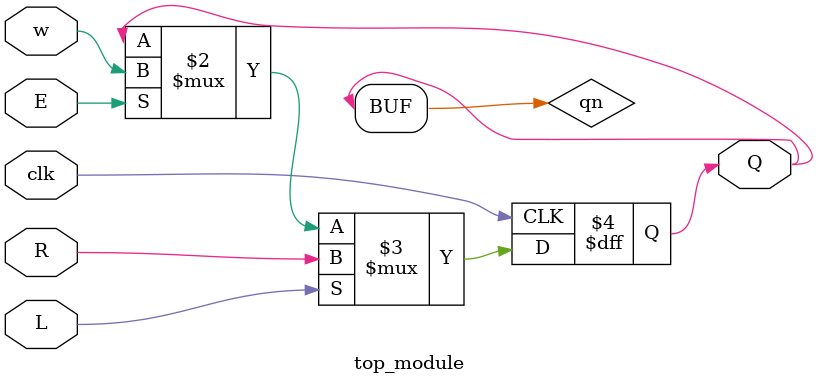
<source format=v>
module top_module (
    input clk,
    input w, R, E, L,
    output Q
);
    wire qn;
    assign qn = Q;
    
    always @ (posedge clk)
        begin
            Q <= L? R : (E ? w : qn);
        end

endmodule
</source>
